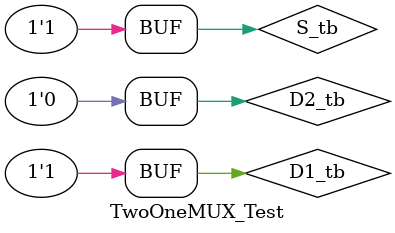
<source format=v>
`timescale 1ns / 1ps


module TwoOneMUX_Test();
    reg S_tb;
    reg D1_tb;
    reg D2_tb;
    wire Y_tb;
    
    TwoOneMUX instant
        (
        .S(S_tb),
        .D1(D1_tb),
        .D2(D2_tb),
        .Y(Y_tb)
        );
    
    initial begin
    
    S_tb = 1'b0;
    D1_tb = 1'b0;
    D2_tb = 1'b1;
    #20;
    
    S_tb = 1'b1;
    D1_tb = 1'b1;
    D2_tb = 1'b0;
    #20;
    
    end
endmodule

</source>
